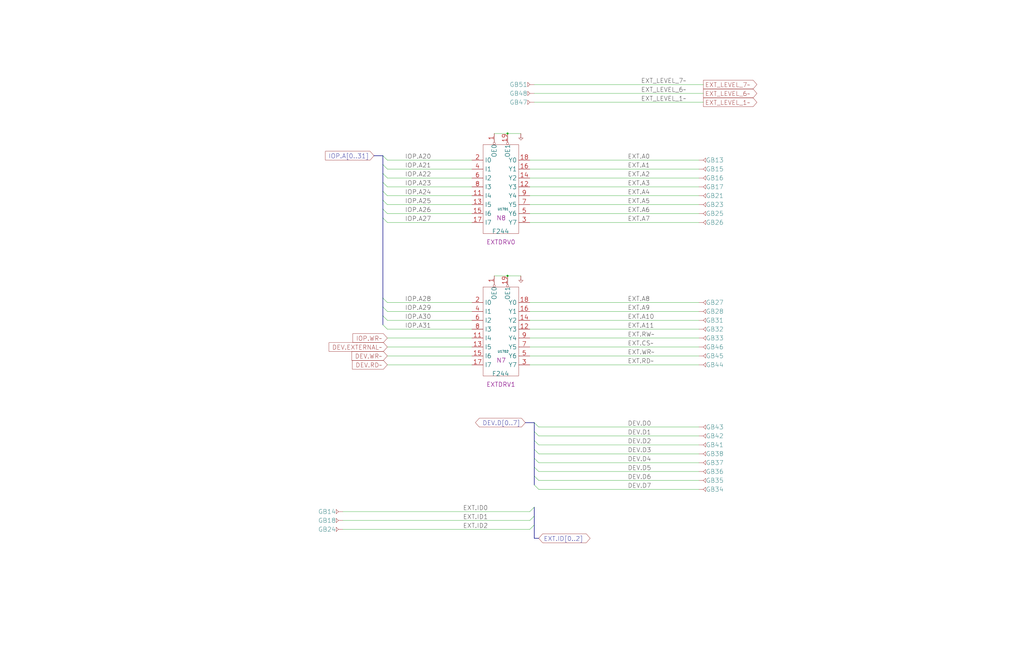
<source format=kicad_sch>
(kicad_sch (version 20220126) (generator eeschema)
  (paper "User" 584.2 378.46)
  (title_block (title "DEVICES\\nEXTERNAL BUS INTERFACE") (date "22-SEP-90") (rev "2.0") (comment 1 "IOC") (comment 2 "232-003061") (comment 3 "S400") (comment 4 "RELEASED"))
  (lib_symbols
    (symbol "r1000:F244" (pin_names (offset 1.016))
      (property "Reference" "U" (at 2.54 5.08 0))
      (property "Value" "F244" (at -3.81 -7.62 0))
      (property "Location" "___" (at -1.27 0 0))
      (property "Name" "______" (at 1.27 -15.24 0))
      (symbol "F244_1_1"
        (rectangle (start -8.89 41.91) (end 11.43 -8.89))
        (circle (center -2.54 42.545) (radius 0.635))
        (circle (center 5.08 42.545) (radius 0.635))
        (pin input line (at -2.54 48.26 270) (length 5.08) (name "OE0") (number "1"))
        (pin input line (at -15.24 12.7 0) (length 6.35) (name "I4") (number "11"))
        (pin tri_state line (at 17.78 17.78 180) (length 6.35) (name "Y3") (number "12"))
        (pin input line (at -15.24 7.62 0) (length 6.35) (name "I5") (number "13"))
        (pin tri_state line (at 17.78 22.86 180) (length 6.35) (name "Y2") (number "14"))
        (pin input line (at -15.24 2.54 0) (length 6.35) (name "I6") (number "15"))
        (pin tri_state line (at 17.78 27.94 180) (length 6.35) (name "Y1") (number "16"))
        (pin input line (at -15.24 -2.54 0) (length 6.35) (name "I7") (number "17"))
        (pin tri_state line (at 17.78 33.02 180) (length 6.35) (name "Y0") (number "18"))
        (pin input line (at 5.08 48.26 270) (length 5.08) (name "OE1") (number "19"))
        (pin input line (at -15.24 33.02 0) (length 6.35) (name "I0") (number "2"))
        (pin tri_state line (at 17.78 -2.54 180) (length 6.35) (name "Y7") (number "3"))
        (pin input line (at -15.24 27.94 0) (length 6.35) (name "I1") (number "4"))
        (pin tri_state line (at 17.78 2.54 180) (length 6.35) (name "Y6") (number "5"))
        (pin input line (at -15.24 22.86 0) (length 6.35) (name "I2") (number "6"))
        (pin tri_state line (at 17.78 7.62 180) (length 6.35) (name "Y5") (number "7"))
        (pin input line (at -15.24 17.78 0) (length 6.35) (name "I3") (number "8"))
        (pin tri_state line (at 17.78 12.7 180) (length 6.35) (name "Y4") (number "9"))
      )
    )
    (symbol "r1000:GB" (pin_numbers hide) (pin_names (offset 0) hide)
      (property "Reference" "GB" (at 3.81 0 0))
      (symbol "GB_0_1"
        (polyline (pts (xy 2.54 0) (xy 3.81 1.27) (xy 3.81 -1.27) (xy 2.54 0)) (stroke (width 0.1524)))
      )
      (symbol "GB_1_1"
        (pin bidirectional line (at 0 0 0) (length 2.54) (name "") (number "1"))
      )
    )
    (symbol "r1000:PD" (power) (pin_numbers hide) (pin_names hide) (in_bom no)
      (symbol "PD_0_1"
        (polyline (pts (xy 0 -2.54) (xy 1.27 -2.54) (xy 0 -3.81) (xy -1.27 -2.54) (xy 0 -2.54)) (stroke (width 0.1524)))
      )
      (symbol "PD_1_1"
        (pin power_in line (at 0 0 270) (length 2.54) (name "PD") (number "1"))
      )
    )
  )
  (bus (pts (xy 213.36 88.9) (xy 218.44 88.9)))
  (bus (pts (xy 218.44 104.14) (xy 218.44 109.22)))
  (bus (pts (xy 218.44 109.22) (xy 218.44 114.3)))
  (bus (pts (xy 218.44 114.3) (xy 218.44 119.38)))
  (bus (pts (xy 218.44 119.38) (xy 218.44 124.46)))
  (bus (pts (xy 218.44 124.46) (xy 218.44 170.18)))
  (bus (pts (xy 218.44 170.18) (xy 218.44 175.26)))
  (bus (pts (xy 218.44 175.26) (xy 218.44 180.34)))
  (bus (pts (xy 218.44 180.34) (xy 218.44 185.42)))
  (bus (pts (xy 218.44 88.9) (xy 218.44 93.98)))
  (bus (pts (xy 218.44 93.98) (xy 218.44 99.06)))
  (bus (pts (xy 218.44 99.06) (xy 218.44 104.14)))
  (bus (pts (xy 299.72 241.3) (xy 304.8 241.3)))
  (bus (pts (xy 304.8 241.3) (xy 304.8 246.38)))
  (bus (pts (xy 304.8 246.38) (xy 304.8 251.46)))
  (bus (pts (xy 304.8 251.46) (xy 304.8 256.54)))
  (bus (pts (xy 304.8 256.54) (xy 304.8 261.62)))
  (bus (pts (xy 304.8 261.62) (xy 304.8 266.7)))
  (bus (pts (xy 304.8 266.7) (xy 304.8 271.78)))
  (bus (pts (xy 304.8 271.78) (xy 304.8 276.86)))
  (bus (pts (xy 304.8 289.56) (xy 304.8 294.64)))
  (bus (pts (xy 304.8 294.64) (xy 304.8 299.72)))
  (bus (pts (xy 304.8 299.72) (xy 304.8 307.34)))
  (bus (pts (xy 307.34 307.34) (xy 304.8 307.34)))
  (wire (pts (xy 195.58 292.1) (xy 302.26 292.1)))
  (wire (pts (xy 195.58 297.18) (xy 302.26 297.18)))
  (wire (pts (xy 195.58 302.26) (xy 302.26 302.26)))
  (wire (pts (xy 220.98 101.6) (xy 269.24 101.6)))
  (wire (pts (xy 220.98 106.68) (xy 269.24 106.68)))
  (wire (pts (xy 220.98 111.76) (xy 269.24 111.76)))
  (wire (pts (xy 220.98 116.84) (xy 269.24 116.84)))
  (wire (pts (xy 220.98 121.92) (xy 269.24 121.92)))
  (wire (pts (xy 220.98 127) (xy 269.24 127)))
  (wire (pts (xy 220.98 172.72) (xy 269.24 172.72)))
  (wire (pts (xy 220.98 177.8) (xy 269.24 177.8)))
  (wire (pts (xy 220.98 182.88) (xy 269.24 182.88)))
  (wire (pts (xy 220.98 187.96) (xy 269.24 187.96)))
  (wire (pts (xy 220.98 193.04) (xy 269.24 193.04)))
  (wire (pts (xy 220.98 198.12) (xy 269.24 198.12)))
  (wire (pts (xy 220.98 203.2) (xy 269.24 203.2)))
  (wire (pts (xy 220.98 208.28) (xy 269.24 208.28)))
  (wire (pts (xy 220.98 91.44) (xy 269.24 91.44)))
  (wire (pts (xy 220.98 96.52) (xy 269.24 96.52)))
  (wire (pts (xy 281.94 157.48) (xy 289.56 157.48)))
  (wire (pts (xy 281.94 76.2) (xy 289.56 76.2)))
  (wire (pts (xy 289.56 157.48) (xy 297.18 157.48)))
  (wire (pts (xy 289.56 76.2) (xy 297.18 76.2)))
  (wire (pts (xy 302.26 101.6) (xy 398.78 101.6)))
  (wire (pts (xy 302.26 106.68) (xy 398.78 106.68)))
  (wire (pts (xy 302.26 111.76) (xy 398.78 111.76)))
  (wire (pts (xy 302.26 116.84) (xy 398.78 116.84)))
  (wire (pts (xy 302.26 121.92) (xy 398.78 121.92)))
  (wire (pts (xy 302.26 127) (xy 398.78 127)))
  (wire (pts (xy 302.26 172.72) (xy 398.78 172.72)))
  (wire (pts (xy 302.26 177.8) (xy 398.78 177.8)))
  (wire (pts (xy 302.26 182.88) (xy 398.78 182.88)))
  (wire (pts (xy 302.26 187.96) (xy 398.78 187.96)))
  (wire (pts (xy 302.26 193.04) (xy 398.78 193.04)))
  (wire (pts (xy 302.26 198.12) (xy 398.78 198.12)))
  (wire (pts (xy 302.26 203.2) (xy 398.78 203.2)))
  (wire (pts (xy 302.26 208.28) (xy 398.78 208.28)))
  (wire (pts (xy 302.26 91.44) (xy 398.78 91.44)))
  (wire (pts (xy 302.26 96.52) (xy 398.78 96.52)))
  (wire (pts (xy 304.8 48.26) (xy 401.32 48.26)))
  (wire (pts (xy 304.8 53.34) (xy 401.32 53.34)))
  (wire (pts (xy 304.8 58.42) (xy 401.32 58.42)))
  (wire (pts (xy 307.34 243.84) (xy 398.78 243.84)))
  (wire (pts (xy 307.34 248.92) (xy 398.78 248.92)))
  (wire (pts (xy 307.34 254) (xy 398.78 254)))
  (wire (pts (xy 307.34 259.08) (xy 398.78 259.08)))
  (wire (pts (xy 307.34 264.16) (xy 398.78 264.16)))
  (wire (pts (xy 307.34 269.24) (xy 398.78 269.24)))
  (wire (pts (xy 307.34 274.32) (xy 398.78 274.32)))
  (wire (pts (xy 307.34 279.4) (xy 398.78 279.4)))
  (symbol (lib_id "r1000:GB") (at 195.58 292.1 0) (mirror y) (unit 1)
    (property "Reference" "GB14" (at 191.77 292.1 0) (effects (font (size 2.54 2.54)) (justify left)))
    (property "Value" "GB" (effects hide))
  )
  (symbol (lib_id "r1000:GB") (at 195.58 297.18 0) (mirror y) (unit 1)
    (property "Reference" "GB18" (at 191.77 297.18 0) (effects (font (size 2.54 2.54)) (justify left)))
    (property "Value" "GB" (effects hide))
  )
  (symbol (lib_id "r1000:GB") (at 195.58 302.26 0) (mirror y) (unit 1)
    (property "Reference" "GB24" (at 191.77 302.26 0) (effects (font (size 2.54 2.54)) (justify left)))
    (property "Value" "GB" (effects hide))
  )
  (global_label "IOP.A[0..31]" (shape input) (at 213.36 88.9 180) (effects (font (size 2.54 2.54))) (property "Intersheet References" "${INTERSHEET_REFS}" (at 184.8169 88.9 0) (effects (font (size 1.905 1.905)) (justify right))))
  (bus_entry (at 218.44 88.9) (size 2.54 2.54))
  (bus_entry (at 218.44 93.98) (size 2.54 2.54))
  (bus_entry (at 218.44 99.06) (size 2.54 2.54))
  (bus_entry (at 218.44 104.14) (size 2.54 2.54))
  (bus_entry (at 218.44 109.22) (size 2.54 2.54))
  (bus_entry (at 218.44 114.3) (size 2.54 2.54))
  (bus_entry (at 218.44 119.38) (size 2.54 2.54))
  (bus_entry (at 218.44 124.46) (size 2.54 2.54))
  (bus_entry (at 218.44 170.18) (size 2.54 2.54))
  (bus_entry (at 218.44 175.26) (size 2.54 2.54))
  (bus_entry (at 218.44 180.34) (size 2.54 2.54))
  (bus_entry (at 218.44 185.42) (size 2.54 2.54))
  (global_label "IOP.WR~" (shape input) (at 220.98 193.04 180) (effects (font (size 2.54 2.54))) (property "Intersheet References" "${INTERSHEET_REFS}" (at 200.8959 192.8813 0) (effects (font (size 1.905 1.905)) (justify right))))
  (global_label "DEV.EXTERNAL~" (shape input) (at 220.98 198.12 180) (effects (font (size 2.54 2.54))) (property "Intersheet References" "${INTERSHEET_REFS}" (at 187.3492 197.9613 0) (effects (font (size 1.905 1.905)) (justify right))))
  (global_label "DEV.WR~" (shape input) (at 220.98 203.2 180) (effects (font (size 2.54 2.54))) (property "Intersheet References" "${INTERSHEET_REFS}" (at 200.2911 203.0413 0) (effects (font (size 1.905 1.905)) (justify right))))
  (global_label "DEV.RD~" (shape input) (at 220.98 208.28 180) (effects (font (size 2.54 2.54))) (property "Intersheet References" "${INTERSHEET_REFS}" (at 200.654 208.1213 0) (effects (font (size 1.905 1.905)) (justify right))))
  (label "IOP.A20" (at 231.14 91.44 0) (effects (font (size 2.54 2.54))))
  (label "IOP.A21" (at 231.14 96.52 0) (effects (font (size 2.54 2.54))))
  (label "IOP.A22" (at 231.14 101.6 0) (effects (font (size 2.54 2.54))))
  (label "IOP.A23" (at 231.14 106.68 0) (effects (font (size 2.54 2.54))))
  (label "IOP.A24" (at 231.14 111.76 0) (effects (font (size 2.54 2.54))))
  (label "IOP.A25" (at 231.14 116.84 0) (effects (font (size 2.54 2.54))))
  (label "IOP.A26" (at 231.14 121.92 0) (effects (font (size 2.54 2.54))))
  (label "IOP.A27" (at 231.14 127 0) (effects (font (size 2.54 2.54))))
  (label "IOP.A28" (at 231.14 172.72 0) (effects (font (size 2.54 2.54))))
  (label "IOP.A29" (at 231.14 177.8 0) (effects (font (size 2.54 2.54))))
  (label "IOP.A30" (at 231.14 182.88 0) (effects (font (size 2.54 2.54))))
  (label "IOP.A31" (at 231.14 187.96 0) (effects (font (size 2.54 2.54))))
  (label "EXT.ID0" (at 264.16 292.1 0) (effects (font (size 2.54 2.54))))
  (label "EXT.ID1" (at 264.16 297.18 0) (effects (font (size 2.54 2.54))))
  (label "EXT.ID2" (at 264.16 302.26 0) (effects (font (size 2.54 2.54))))
  (symbol (lib_id "r1000:F244") (at 284.48 124.46 0) (unit 1)
    (property "Reference" "U1701" (at 287.02 119.38 0))
    (property "Value" "F244" (at 280.67 132.08 0) (effects (font (size 2.54 2.54)) (justify left)))
    (property "Location" "N8" (at 283.21 124.46 0) (effects (font (size 2.54 2.54)) (justify left)))
    (property "Name" "EXTDRV0" (at 285.75 139.7 0) (effects (font (size 2.54 2.54)) (justify bottom)))
  )
  (symbol (lib_id "r1000:F244") (at 284.48 205.74 0) (unit 1)
    (property "Reference" "U1702" (at 287.02 200.66 0))
    (property "Value" "F244" (at 280.67 213.36 0) (effects (font (size 2.54 2.54)) (justify left)))
    (property "Location" "N7" (at 283.21 205.74 0) (effects (font (size 2.54 2.54)) (justify left)))
    (property "Name" "EXTDRV1" (at 285.75 220.98 0) (effects (font (size 2.54 2.54)) (justify bottom)))
  )
  (junction (at 289.56 76.2))
  (junction (at 289.56 157.48))
  (symbol (lib_id "r1000:PD") (at 297.18 76.2 0) (unit 1) (in_bom no)
    (property "Reference" "#PWR01701" (effects hide))
    (property "Value" "PD" (effects hide))
  )
  (symbol (lib_id "r1000:PD") (at 297.18 157.48 0) (unit 1) (in_bom no)
    (property "Reference" "#PWR01702" (effects hide))
    (property "Value" "PD" (effects hide))
  )
  (global_label "DEV.D[0..7]" (shape bidirectional) (at 299.72 241.3 180) (effects (font (size 2.54 2.54))) (property "Intersheet References" "${INTERSHEET_REFS}" (at 273.1044 241.1413 0) (effects (font (size 1.905 1.905)) (justify right))))
  (symbol (lib_id "r1000:GB") (at 304.8 48.26 0) (mirror y) (unit 1)
    (property "Reference" "GB51" (at 300.99 48.26 0) (effects (font (size 2.54 2.54)) (justify left)))
    (property "Value" "GB" (effects hide))
  )
  (symbol (lib_id "r1000:GB") (at 304.8 53.34 0) (mirror y) (unit 1)
    (property "Reference" "GB48" (at 300.99 53.34 0) (effects (font (size 2.54 2.54)) (justify left)))
    (property "Value" "GB" (effects hide))
  )
  (symbol (lib_id "r1000:GB") (at 304.8 58.42 0) (mirror y) (unit 1)
    (property "Reference" "GB47" (at 300.99 58.42 0) (effects (font (size 2.54 2.54)) (justify left)))
    (property "Value" "GB" (effects hide))
  )
  (bus_entry (at 304.8 241.3) (size 2.54 2.54))
  (bus_entry (at 304.8 246.38) (size 2.54 2.54))
  (bus_entry (at 304.8 251.46) (size 2.54 2.54))
  (bus_entry (at 304.8 256.54) (size 2.54 2.54))
  (bus_entry (at 304.8 261.62) (size 2.54 2.54))
  (bus_entry (at 304.8 266.7) (size 2.54 2.54))
  (bus_entry (at 304.8 271.78) (size 2.54 2.54))
  (bus_entry (at 304.8 276.86) (size 2.54 2.54))
  (bus_entry (at 304.8 289.56) (size -2.54 2.54))
  (bus_entry (at 304.8 294.64) (size -2.54 2.54))
  (bus_entry (at 304.8 299.72) (size -2.54 2.54))
  (global_label "EXT.ID[0..2]" (shape bidirectional) (at 307.34 307.34 0) (effects (font (size 2.54 2.54))) (property "Intersheet References" "${INTERSHEET_REFS}" (at 334.8022 307.1813 0) (effects (font (size 1.905 1.905)) (justify left))))
  (label "EXT.A0" (at 358.14 91.44 0) (effects (font (size 2.54 2.54))))
  (label "EXT.A1" (at 358.14 96.52 0) (effects (font (size 2.54 2.54))))
  (label "EXT.A2" (at 358.14 101.6 0) (effects (font (size 2.54 2.54))))
  (label "EXT.A3" (at 358.14 106.68 0) (effects (font (size 2.54 2.54))))
  (label "EXT.A4" (at 358.14 111.76 0) (effects (font (size 2.54 2.54))))
  (label "EXT.A5" (at 358.14 116.84 0) (effects (font (size 2.54 2.54))))
  (label "EXT.A6" (at 358.14 121.92 0) (effects (font (size 2.54 2.54))))
  (label "EXT.A7" (at 358.14 127 0) (effects (font (size 2.54 2.54))))
  (label "EXT.A8" (at 358.14 172.72 0) (effects (font (size 2.54 2.54))))
  (label "EXT.A9" (at 358.14 177.8 0) (effects (font (size 2.54 2.54))))
  (label "EXT.A10" (at 358.14 182.88 0) (effects (font (size 2.54 2.54))))
  (label "EXT.A11" (at 358.14 187.96 0) (effects (font (size 2.54 2.54))))
  (label "EXT.RW~" (at 358.14 193.04 0) (effects (font (size 2.54 2.54))))
  (label "EXT.CS~" (at 358.14 198.12 0) (effects (font (size 2.54 2.54))))
  (label "EXT.WR~" (at 358.14 203.2 0) (effects (font (size 2.54 2.54))))
  (label "EXT.RD~" (at 358.14 208.28 0) (effects (font (size 2.54 2.54))))
  (label "DEV.D0" (at 358.14 243.84 0) (effects (font (size 2.54 2.54))))
  (label "DEV.D1" (at 358.14 248.92 0) (effects (font (size 2.54 2.54))))
  (label "DEV.D2" (at 358.14 254 0) (effects (font (size 2.54 2.54))))
  (label "DEV.D3" (at 358.14 259.08 0) (effects (font (size 2.54 2.54))))
  (label "DEV.D4" (at 358.14 264.16 0) (effects (font (size 2.54 2.54))))
  (label "DEV.D5" (at 358.14 269.24 0) (effects (font (size 2.54 2.54))))
  (label "DEV.D6" (at 358.14 274.32 0) (effects (font (size 2.54 2.54))))
  (label "DEV.D7" (at 358.14 279.4 0) (effects (font (size 2.54 2.54))))
  (label "EXT_LEVEL_7~" (at 365.76 48.26 0) (effects (font (size 2.54 2.54))))
  (label "EXT_LEVEL_6~" (at 365.76 53.34 0) (effects (font (size 2.54 2.54))))
  (label "EXT_LEVEL_1~" (at 365.76 58.42 0) (effects (font (size 2.54 2.54))))
  (symbol (lib_id "r1000:GB") (at 398.78 91.44 0) (unit 1)
    (property "Reference" "GB13" (at 402.59 91.44 0) (effects (font (size 2.54 2.54)) (justify left)))
    (property "Value" "GB" (effects hide))
  )
  (symbol (lib_id "r1000:GB") (at 398.78 96.52 0) (unit 1)
    (property "Reference" "GB15" (at 402.59 96.52 0) (effects (font (size 2.54 2.54)) (justify left)))
    (property "Value" "GB" (effects hide))
  )
  (symbol (lib_id "r1000:GB") (at 398.78 101.6 0) (unit 1)
    (property "Reference" "GB16" (at 402.59 101.6 0) (effects (font (size 2.54 2.54)) (justify left)))
    (property "Value" "GB" (effects hide))
  )
  (symbol (lib_id "r1000:GB") (at 398.78 106.68 0) (unit 1)
    (property "Reference" "GB17" (at 402.59 106.68 0) (effects (font (size 2.54 2.54)) (justify left)))
    (property "Value" "GB" (effects hide))
  )
  (symbol (lib_id "r1000:GB") (at 398.78 111.76 0) (unit 1)
    (property "Reference" "GB21" (at 402.59 111.76 0) (effects (font (size 2.54 2.54)) (justify left)))
    (property "Value" "GB" (effects hide))
  )
  (symbol (lib_id "r1000:GB") (at 398.78 116.84 0) (unit 1)
    (property "Reference" "GB23" (at 402.59 116.84 0) (effects (font (size 2.54 2.54)) (justify left)))
    (property "Value" "GB" (effects hide))
  )
  (symbol (lib_id "r1000:GB") (at 398.78 121.92 0) (unit 1)
    (property "Reference" "GB25" (at 402.59 121.92 0) (effects (font (size 2.54 2.54)) (justify left)))
    (property "Value" "GB" (effects hide))
  )
  (symbol (lib_id "r1000:GB") (at 398.78 127 0) (unit 1)
    (property "Reference" "GB26" (at 402.59 127 0) (effects (font (size 2.54 2.54)) (justify left)))
    (property "Value" "GB" (effects hide))
  )
  (symbol (lib_id "r1000:GB") (at 398.78 172.72 0) (unit 1)
    (property "Reference" "GB27" (at 402.59 172.72 0) (effects (font (size 2.54 2.54)) (justify left)))
    (property "Value" "GB" (effects hide))
  )
  (symbol (lib_id "r1000:GB") (at 398.78 177.8 0) (unit 1)
    (property "Reference" "GB28" (at 402.59 177.8 0) (effects (font (size 2.54 2.54)) (justify left)))
    (property "Value" "GB" (effects hide))
  )
  (symbol (lib_id "r1000:GB") (at 398.78 182.88 0) (unit 1)
    (property "Reference" "GB31" (at 402.59 182.88 0) (effects (font (size 2.54 2.54)) (justify left)))
    (property "Value" "GB" (effects hide))
  )
  (symbol (lib_id "r1000:GB") (at 398.78 187.96 0) (unit 1)
    (property "Reference" "GB32" (at 402.59 187.96 0) (effects (font (size 2.54 2.54)) (justify left)))
    (property "Value" "GB" (effects hide))
  )
  (symbol (lib_id "r1000:GB") (at 398.78 193.04 0) (unit 1)
    (property "Reference" "GB33" (at 402.59 193.04 0) (effects (font (size 2.54 2.54)) (justify left)))
    (property "Value" "GB" (effects hide))
  )
  (symbol (lib_id "r1000:GB") (at 398.78 198.12 0) (unit 1)
    (property "Reference" "GB46" (at 402.59 198.12 0) (effects (font (size 2.54 2.54)) (justify left)))
    (property "Value" "GB" (effects hide))
  )
  (symbol (lib_id "r1000:GB") (at 398.78 203.2 0) (unit 1)
    (property "Reference" "GB45" (at 402.59 203.2 0) (effects (font (size 2.54 2.54)) (justify left)))
    (property "Value" "GB" (effects hide))
  )
  (symbol (lib_id "r1000:GB") (at 398.78 208.28 0) (unit 1)
    (property "Reference" "GB44" (at 402.59 208.28 0) (effects (font (size 2.54 2.54)) (justify left)))
    (property "Value" "GB" (effects hide))
  )
  (symbol (lib_id "r1000:GB") (at 398.78 243.84 0) (unit 1)
    (property "Reference" "GB43" (at 402.59 243.84 0) (effects (font (size 2.54 2.54)) (justify left)))
    (property "Value" "GB" (effects hide))
  )
  (symbol (lib_id "r1000:GB") (at 398.78 248.92 0) (unit 1)
    (property "Reference" "GB42" (at 402.59 248.92 0) (effects (font (size 2.54 2.54)) (justify left)))
    (property "Value" "GB" (effects hide))
  )
  (symbol (lib_id "r1000:GB") (at 398.78 254 0) (unit 1)
    (property "Reference" "GB41" (at 402.59 254 0) (effects (font (size 2.54 2.54)) (justify left)))
    (property "Value" "GB" (effects hide))
  )
  (symbol (lib_id "r1000:GB") (at 398.78 259.08 0) (unit 1)
    (property "Reference" "GB38" (at 402.59 259.08 0) (effects (font (size 2.54 2.54)) (justify left)))
    (property "Value" "GB" (effects hide))
  )
  (symbol (lib_id "r1000:GB") (at 398.78 264.16 0) (unit 1)
    (property "Reference" "GB37" (at 402.59 264.16 0) (effects (font (size 2.54 2.54)) (justify left)))
    (property "Value" "GB" (effects hide))
  )
  (symbol (lib_id "r1000:GB") (at 398.78 269.24 0) (unit 1)
    (property "Reference" "GB36" (at 402.59 269.24 0) (effects (font (size 2.54 2.54)) (justify left)))
    (property "Value" "GB" (effects hide))
  )
  (symbol (lib_id "r1000:GB") (at 398.78 274.32 0) (unit 1)
    (property "Reference" "GB35" (at 402.59 274.32 0) (effects (font (size 2.54 2.54)) (justify left)))
    (property "Value" "GB" (effects hide))
  )
  (symbol (lib_id "r1000:GB") (at 398.78 279.4 0) (unit 1)
    (property "Reference" "GB34" (at 402.59 279.4 0) (effects (font (size 2.54 2.54)) (justify left)))
    (property "Value" "GB" (effects hide))
  )
  (global_label "EXT_LEVEL_7~" (shape output) (at 401.32 48.26 0) (effects (font (size 2.54 2.54))) (property "Intersheet References" "${INTERSHEET_REFS}" (at 432.1689 48.1013 0) (effects (font (size 1.905 1.905)) (justify left))))
  (global_label "EXT_LEVEL_6~" (shape output) (at 401.32 53.34 0) (effects (font (size 2.54 2.54))) (property "Intersheet References" "${INTERSHEET_REFS}" (at 432.1689 53.1813 0) (effects (font (size 1.905 1.905)) (justify left))))
  (global_label "EXT_LEVEL_1~" (shape output) (at 401.32 58.42 0) (effects (font (size 2.54 2.54))) (property "Intersheet References" "${INTERSHEET_REFS}" (at 432.1689 58.2613 0) (effects (font (size 1.905 1.905)) (justify left))))
)
</source>
